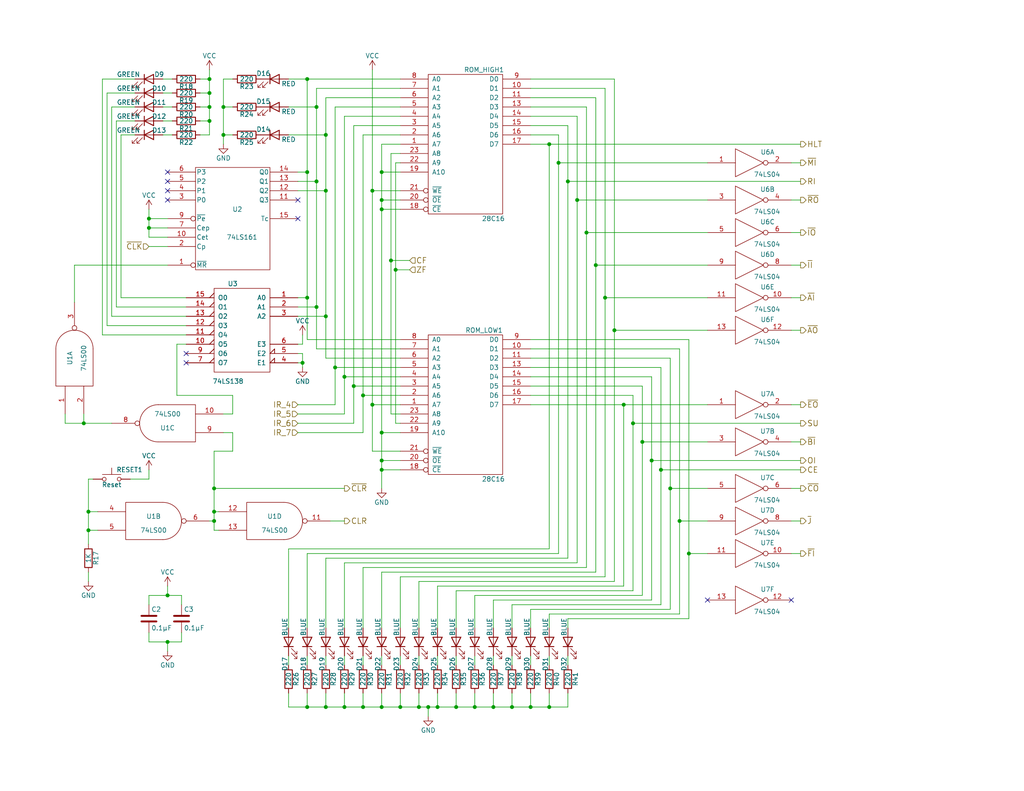
<source format=kicad_sch>
(kicad_sch (version 20231120) (generator "eeschema") (generator_version "8.0")
  (paper "USLetter")
  (lib_symbols
    (symbol "8bit-computer:28C16" (pin_names (offset 1.016))
      (property "Reference" "U" (at 5.08 20.32 0))
      (property "Value" "28C16" (at 7.62 -20.32 0))
      (symbol "28C16_0_0"
        (pin power_in line (at 0 -20.32 90) (length 1.27) hide (name "GND") (number "12"))
        (pin power_in line (at 0 20.32 270) (length 1.27) hide (name "VCC") (number "24"))
      )
      (symbol "28C16_0_1"
        (rectangle (start -10.16 19.05) (end 10.16 -19.05))
      )
      (symbol "28C16_1_1"
        (pin input line (at -17.78 0 0) (length 7.62) (name "A7") (number "1"))
        (pin tri_state line (at 17.78 15.24 180) (length 7.62) (name "D1") (number "10"))
        (pin tri_state line (at 17.78 12.7 180) (length 7.62) (name "D2") (number "11"))
        (pin tri_state line (at 17.78 10.16 180) (length 7.62) (name "D3") (number "13"))
        (pin tri_state line (at 17.78 7.62 180) (length 7.62) (name "D4") (number "14"))
        (pin tri_state line (at 17.78 5.08 180) (length 7.62) (name "D5") (number "15"))
        (pin tri_state line (at 17.78 2.54 180) (length 7.62) (name "D6") (number "16"))
        (pin tri_state line (at 17.78 0 180) (length 7.62) (name "D7") (number "17"))
        (pin input inverted (at -17.78 -17.78 0) (length 7.62) (name "~{CE}") (number "18"))
        (pin input line (at -17.78 -7.62 0) (length 7.62) (name "A10") (number "19"))
        (pin input line (at -17.78 2.54 0) (length 7.62) (name "A6") (number "2"))
        (pin input inverted (at -17.78 -15.24 0) (length 7.62) (name "~{OE}") (number "20"))
        (pin input inverted (at -17.78 -12.7 0) (length 7.62) (name "~{WE}") (number "21"))
        (pin input line (at -17.78 -5.08 0) (length 7.62) (name "A9") (number "22"))
        (pin input line (at -17.78 -2.54 0) (length 7.62) (name "A8") (number "23"))
        (pin input line (at -17.78 5.08 0) (length 7.62) (name "A5") (number "3"))
        (pin input line (at -17.78 7.62 0) (length 7.62) (name "A4") (number "4"))
        (pin input line (at -17.78 10.16 0) (length 7.62) (name "A3") (number "5"))
        (pin input line (at -17.78 12.7 0) (length 7.62) (name "A2") (number "6"))
        (pin input line (at -17.78 15.24 0) (length 7.62) (name "A1") (number "7"))
        (pin input line (at -17.78 17.78 0) (length 7.62) (name "A0") (number "8"))
        (pin tri_state line (at 17.78 17.78 180) (length 7.62) (name "D0") (number "9"))
      )
    )
    (symbol "8bit-computer:74LS00" (pin_names (offset 0.762))
      (property "Reference" "U" (at 0 1.27 0))
      (property "Value" "74LS00" (at 0 -2.54 0))
      (symbol "74LS00_0_0"
        (pin power_in line (at -5.08 5.08 270) (length 0) hide (name "VCC") (number "14"))
        (pin power_in line (at -5.08 -5.08 90) (length 0) hide (name "GND") (number "7"))
      )
      (symbol "74LS00_0_1"
        (polyline (pts (xy 2.54 5.08) (xy -7.62 5.08) (xy -7.62 -5.08) (xy 2.54 -5.08)))
        (arc (start 2.54 -5.08) (mid 7.5978 0) (end 2.54 5.08))
      )
      (symbol "74LS00_0_2"
        (arc (start -7.62 -5.08) (mid -5.2253 0) (end -7.62 5.08))
        (arc (start 0 -5.08) (mid 4.5382 -3.6323) (end 7.62 0))
        (polyline (pts (xy -7.62 -5.08) (xy 0 -5.08)))
        (polyline (pts (xy -7.62 5.08) (xy 0 5.08)))
        (arc (start 7.62 0) (mid 4.5325 3.6238) (end 0 5.08))
      )
      (symbol "74LS00_1_1"
        (pin input line (at -15.24 2.54 0) (length 7.62) (name "~") (number "1"))
        (pin input line (at -15.24 -2.54 0) (length 7.62) (name "~") (number "2"))
        (pin output inverted (at 15.24 0 180) (length 7.62) (name "~") (number "3"))
      )
      (symbol "74LS00_1_2"
        (pin input inverted (at -15.24 2.54 0) (length 9.398) (name "~") (number "1"))
        (pin input inverted (at -15.24 -2.54 0) (length 9.398) (name "~") (number "2"))
        (pin output line (at 15.24 0 180) (length 7.62) (name "~") (number "3"))
      )
      (symbol "74LS00_2_1"
        (pin input line (at -15.24 2.54 0) (length 7.62) (name "~") (number "4"))
        (pin input line (at -15.24 -2.54 0) (length 7.62) (name "~") (number "5"))
        (pin output inverted (at 15.24 0 180) (length 7.62) (name "~") (number "6"))
      )
      (symbol "74LS00_2_2"
        (pin input inverted (at -15.24 2.54 0) (length 9.398) (name "~") (number "4"))
        (pin input inverted (at -15.24 -2.54 0) (length 9.398) (name "~") (number "5"))
        (pin output line (at 15.24 0 180) (length 7.62) (name "~") (number "6"))
      )
      (symbol "74LS00_3_1"
        (pin input line (at -15.24 -2.54 0) (length 7.62) (name "~") (number "10"))
        (pin output inverted (at 15.24 0 180) (length 7.62) (name "~") (number "8"))
        (pin input line (at -15.24 2.54 0) (length 7.62) (name "~") (number "9"))
      )
      (symbol "74LS00_3_2"
        (pin input inverted (at -15.24 -2.54 0) (length 9.398) (name "~") (number "10"))
        (pin output line (at 15.24 0 180) (length 7.62) (name "~") (number "8"))
        (pin input inverted (at -15.24 2.54 0) (length 9.398) (name "~") (number "9"))
      )
      (symbol "74LS00_4_1"
        (pin output inverted (at 15.24 0 180) (length 7.62) (name "~") (number "11"))
        (pin input line (at -15.24 2.54 0) (length 7.62) (name "~") (number "12"))
        (pin input line (at -15.24 -2.54 0) (length 7.62) (name "~") (number "13"))
      )
      (symbol "74LS00_4_2"
        (pin output line (at 15.24 0 180) (length 7.62) (name "~") (number "11"))
        (pin input inverted (at -15.24 2.54 0) (length 9.398) (name "~") (number "12"))
        (pin input inverted (at -15.24 -2.54 0) (length 9.398) (name "~") (number "13"))
      )
    )
    (symbol "8bit-computer:74LS04" (pin_names (offset 0.762))
      (property "Reference" "U" (at 4.953 2.921 0))
      (property "Value" "74LS04" (at 4.826 -3.175 0))
      (symbol "74LS04_0_0"
        (polyline (pts (xy -3.81 3.81) (xy -3.81 -3.81) (xy 3.81 0) (xy -3.81 3.81)))
        (pin power_in line (at -1.27 2.54 90) (length 0) hide (name "VCC") (number "14"))
        (pin power_in line (at -1.27 -2.54 90) (length 0) hide (name "GND") (number "7"))
      )
      (symbol "74LS04_1_1"
        (pin input line (at -11.43 0 0) (length 7.62) (name "~") (number "1"))
        (pin output inverted (at 11.43 0 180) (length 7.62) (name "~") (number "2"))
      )
      (symbol "74LS04_1_2"
        (pin input inverted (at -11.43 0 0) (length 7.62) (name "~") (number "1"))
        (pin output line (at 11.43 0 180) (length 7.62) (name "~") (number "2"))
      )
      (symbol "74LS04_2_1"
        (pin input line (at -11.43 0 0) (length 7.62) (name "~") (number "3"))
        (pin output inverted (at 11.43 0 180) (length 7.62) (name "~") (number "4"))
      )
      (symbol "74LS04_2_2"
        (pin input inverted (at -11.43 0 0) (length 7.62) (name "~") (number "3"))
        (pin output line (at 11.43 0 180) (length 7.62) (name "~") (number "4"))
      )
      (symbol "74LS04_3_1"
        (pin input line (at -11.43 0 0) (length 7.62) (name "~") (number "5"))
        (pin output inverted (at 11.43 0 180) (length 7.62) (name "~") (number "6"))
      )
      (symbol "74LS04_3_2"
        (pin input inverted (at -11.43 0 0) (length 7.62) (name "~") (number "5"))
        (pin output line (at 11.43 0 180) (length 7.62) (name "~") (number "6"))
      )
      (symbol "74LS04_4_1"
        (pin output inverted (at 11.43 0 180) (length 7.62) (name "~") (number "8"))
        (pin input line (at -11.43 0 0) (length 7.62) (name "~") (number "9"))
      )
      (symbol "74LS04_4_2"
        (pin output line (at 11.43 0 180) (length 7.62) (name "~") (number "8"))
        (pin input inverted (at -11.43 0 0) (length 7.62) (name "~") (number "9"))
      )
      (symbol "74LS04_5_1"
        (pin output inverted (at 11.43 0 180) (length 7.62) (name "~") (number "10"))
        (pin input line (at -11.43 0 0) (length 7.62) (name "~") (number "11"))
      )
      (symbol "74LS04_5_2"
        (pin output line (at 11.43 0 180) (length 7.62) (name "~") (number "10"))
        (pin input inverted (at -11.43 0 0) (length 7.62) (name "~") (number "11"))
      )
      (symbol "74LS04_6_1"
        (pin output inverted (at 11.43 0 180) (length 7.62) (name "~") (number "12"))
        (pin input line (at -11.43 0 0) (length 7.62) (name "~") (number "13"))
      )
      (symbol "74LS04_6_2"
        (pin output line (at 11.43 0 180) (length 7.62) (name "~") (number "12"))
        (pin input inverted (at -11.43 0 0) (length 7.62) (name "~") (number "13"))
      )
    )
    (symbol "8bit-computer:74LS138" (pin_names (offset 1.016))
      (property "Reference" "U" (at 2.54 12.7 0))
      (property "Value" "74LS138" (at 3.81 -13.9446 0))
      (symbol "74LS138_0_1"
        (rectangle (start -7.62 11.43) (end 7.62 -11.43))
      )
      (symbol "74LS138_1_1"
        (pin input line (at -15.24 8.89 0) (length 7.62) (name "A0") (number "1"))
        (pin output output_low (at 15.24 -3.81 180) (length 7.62) (name "O5") (number "10"))
        (pin output output_low (at 15.24 -1.27 180) (length 7.62) (name "O4") (number "11"))
        (pin output output_low (at 15.24 1.27 180) (length 7.62) (name "O3") (number "12"))
        (pin output output_low (at 15.24 3.81 180) (length 7.62) (name "O2") (number "13"))
        (pin output output_low (at 15.24 6.35 180) (length 7.62) (name "O1") (number "14"))
        (pin output output_low (at 15.24 8.89 180) (length 7.62) (name "O0") (number "15"))
        (pin power_in line (at 0 11.43 270) (length 0) hide (name "VCC") (number "16"))
        (pin input line (at -15.24 6.35 0) (length 7.62) (name "A1") (number "2"))
        (pin input line (at -15.24 3.81 0) (length 7.62) (name "A2") (number "3"))
        (pin input input_low (at -15.24 -8.89 0) (length 7.62) (name "E1") (number "4"))
        (pin input input_low (at -15.24 -6.35 0) (length 7.62) (name "E2") (number "5"))
        (pin input line (at -15.24 -3.81 0) (length 7.62) (name "E3") (number "6"))
        (pin output output_low (at 15.24 -8.89 180) (length 7.62) (name "O7") (number "7"))
        (pin power_in line (at 0 -11.43 90) (length 0) hide (name "GND") (number "8"))
        (pin output output_low (at 15.24 -6.35 180) (length 7.62) (name "O6") (number "9"))
      )
    )
    (symbol "8bit-computer:74LS161" (pin_names (offset 0.254))
      (property "Reference" "U" (at 1.27 2.54 0))
      (property "Value" "74LS161" (at 2.54 -5.08 0))
      (symbol "74LS161_0_0"
        (pin power_in line (at -7.62 13.97 90) (length 0) hide (name "VCC") (number "16"))
        (pin power_in line (at -7.62 -13.97 90) (length 0) hide (name "GND") (number "8"))
      )
      (symbol "74LS161_0_1"
        (rectangle (start -10.16 13.97) (end 10.16 -13.97))
      )
      (symbol "74LS161_1_1"
        (pin input inverted (at -17.78 -12.7 0) (length 7.62) (name "~{MR}") (number "1"))
        (pin input line (at -17.78 -5.08 0) (length 7.62) (name "Cet") (number "10"))
        (pin output line (at 17.78 5.08 180) (length 7.62) (name "Q3") (number "11"))
        (pin output line (at 17.78 7.62 180) (length 7.62) (name "Q2") (number "12"))
        (pin output line (at 17.78 10.16 180) (length 7.62) (name "Q1") (number "13"))
        (pin output line (at 17.78 12.7 180) (length 7.62) (name "Q0") (number "14"))
        (pin output line (at 17.78 0 180) (length 7.62) (name "Tc") (number "15"))
        (pin input line (at -17.78 -7.62 0) (length 7.62) (name "Cp") (number "2"))
        (pin input line (at -17.78 5.08 0) (length 7.62) (name "P0") (number "3"))
        (pin input line (at -17.78 7.62 0) (length 7.62) (name "P1") (number "4"))
        (pin input line (at -17.78 10.16 0) (length 7.62) (name "P2") (number "5"))
        (pin input line (at -17.78 12.7 0) (length 7.62) (name "P3") (number "6"))
        (pin input line (at -17.78 -2.54 0) (length 7.62) (name "Cep") (number "7"))
        (pin input inverted (at -17.78 0 0) (length 7.62) (name "~{Pe}") (number "9"))
      )
    )
    (symbol "8bit-computer:SW_Push" (pin_numbers hide) (pin_names (offset 1.016) hide)
      (property "Reference" "SW" (at 1.27 2.54 0))
      (property "Value" "SW_Push" (at 0 -1.524 0))
      (symbol "SW_Push_0_1"
        (circle (center -2.032 0) (radius 0.508))
        (polyline (pts (xy 0 1.27) (xy 0 3.048)))
        (polyline (pts (xy 2.54 1.27) (xy -2.54 1.27)))
        (circle (center 2.032 0) (radius 0.508))
        (pin passive line (at -5.08 0 0) (length 2.54) (name "1") (number "1"))
        (pin passive line (at 5.08 0 180) (length 2.54) (name "2") (number "2"))
      )
    )
    (symbol "Device:C" (pin_numbers hide) (pin_names (offset 0.254))
      (property "Reference" "C" (at 0.635 2.54 0))
      (property "Value" "C" (at 0.635 -2.54 0))
      (symbol "C_0_1"
        (polyline (pts (xy -2.032 -0.762) (xy 2.032 -0.762)) (stroke (width 0.508)))
        (polyline (pts (xy -2.032 0.762) (xy 2.032 0.762)) (stroke (width 0.508)))
      )
      (symbol "C_1_1"
        (pin passive line (at 0 3.81 270) (length 2.794) (name "~") (number "1"))
        (pin passive line (at 0 -3.81 90) (length 2.794) (name "~") (number "2"))
      )
    )
    (symbol "Device:LED" (pin_numbers hide) (pin_names (offset 1.016) hide)
      (property "Reference" "D" (at 0 2.54 0))
      (property "Value" "LED" (at 0 -2.54 0))
      (symbol "LED_0_1"
        (polyline (pts (xy -1.27 -1.27) (xy -1.27 1.27)) (stroke (width 0.254)))
        (polyline (pts (xy -1.27 0) (xy 1.27 0)))
        (polyline (pts (xy 1.27 -1.27) (xy 1.27 1.27) (xy -1.27 0) (xy 1.27 -1.27)) (stroke (width 0.254)))
        (polyline (pts (xy -3.048 -0.762) (xy -4.572 -2.286) (xy -3.81 -2.286) (xy -4.572 -2.286) (xy -4.572 -1.524)))
        (polyline (pts (xy -1.778 -0.762) (xy -3.302 -2.286) (xy -2.54 -2.286) (xy -3.302 -2.286) (xy -3.302 -1.524)))
      )
      (symbol "LED_1_1"
        (pin passive line (at -3.81 0 0) (length 2.54) (name "K") (number "1"))
        (pin passive line (at 3.81 0 180) (length 2.54) (name "A") (number "2"))
      )
    )
    (symbol "Device:R" (pin_numbers hide) (pin_names (offset 0))
      (property "Reference" "R" (at 2.032 0 90))
      (property "Value" "R" (at 0 0 90))
      (symbol "R_0_1"
        (rectangle (start -1.016 -2.54) (end 1.016 2.54) (stroke (width 0.254)))
      )
      (symbol "R_1_1"
        (pin passive line (at 0 3.81 270) (length 1.27) (name "~") (number "1"))
        (pin passive line (at 0 -3.81 90) (length 1.27) (name "~") (number "2"))
      )
    )
    (symbol "power:GND" (power) (pin_names (offset 0))
      (property "Value" "GND" (at 0 -3.81 0))
      (symbol "GND_0_1"
        (polyline (pts (xy 0 0) (xy 0 -1.27) (xy 1.27 -1.27) (xy 0 -2.54) (xy -1.27 -1.27) (xy 0 -1.27)))
      )
      (symbol "GND_1_1"
        (pin power_in line (at 0 0 270) (length 0) hide (name "GND") (number "1"))
      )
    )
    (symbol "power:VCC" (power) (pin_names (offset 0))
      (property "Value" "VCC" (at 0 3.81 0))
      (symbol "VCC_0_1"
        (polyline (pts (xy -0.762 1.27) (xy 0 2.54)))
        (polyline (pts (xy 0 0) (xy 0 2.54)))
        (polyline (pts (xy 0 2.54) (xy 0.762 1.27)))
      )
      (symbol "VCC_1_1"
        (pin power_in line (at 0 0 90) (length 0) hide (name "VCC") (number "1"))
      )
    )
  )
  (junction (at 86.36 29.21))
  (junction (at 104.14 125.73))
  (junction (at 24.13 139.7))
  (junction (at 91.44 100.33))
  (junction (at 104.14 46.99))
  (junction (at 116.84 193.04))
  (junction (at 144.78 193.04))
  (junction (at 57.15 33.02))
  (junction (at 139.7 193.04))
  (junction (at 180.34 128.27))
  (junction (at 99.06 107.95))
  (junction (at 88.9 193.04))
  (junction (at 40.64 59.69))
  (junction (at 134.62 193.04))
  (junction (at 96.52 105.41))
  (junction (at 167.64 90.17))
  (junction (at 124.46 193.04))
  (junction (at 185.42 142.24))
  (junction (at 104.14 57.15))
  (junction (at 57.15 29.21))
  (junction (at 172.72 115.57))
  (junction (at 57.15 25.4))
  (junction (at 129.54 193.04))
  (junction (at 82.55 99.06))
  (junction (at 114.3 193.04))
  (junction (at 154.94 49.53))
  (junction (at 24.13 144.78))
  (junction (at 83.82 81.28))
  (junction (at 58.42 142.24))
  (junction (at 106.68 71.12))
  (junction (at 109.22 193.04))
  (junction (at 99.06 193.04))
  (junction (at 162.56 72.39))
  (junction (at 57.15 21.59))
  (junction (at 187.96 151.13))
  (junction (at 83.82 46.99))
  (junction (at 40.64 62.23))
  (junction (at 149.86 39.37))
  (junction (at 88.9 36.83))
  (junction (at 60.96 36.83))
  (junction (at 88.9 52.07))
  (junction (at 45.72 175.26))
  (junction (at 119.38 193.04))
  (junction (at 101.6 110.49))
  (junction (at 58.42 139.7))
  (junction (at 83.82 21.59))
  (junction (at 88.9 86.36))
  (junction (at 170.18 110.49))
  (junction (at 182.88 133.35))
  (junction (at 165.1 81.28))
  (junction (at 22.86 115.57))
  (junction (at 107.95 73.66))
  (junction (at 152.4 44.45))
  (junction (at 93.98 102.87))
  (junction (at 58.42 133.35))
  (junction (at 104.14 128.27))
  (junction (at 175.26 120.65))
  (junction (at 160.02 63.5))
  (junction (at 149.86 193.04))
  (junction (at 86.36 49.53))
  (junction (at 83.82 193.04))
  (junction (at 157.48 54.61))
  (junction (at 104.14 54.61))
  (junction (at 177.8 125.73))
  (junction (at 86.36 83.82))
  (junction (at 104.14 118.11))
  (junction (at 45.72 162.56))
  (junction (at 101.6 52.07))
  (junction (at 104.14 193.04))
  (junction (at 93.98 193.04))
  (junction (at 60.96 29.21))
  (no_connect (at 45.72 46.99))
  (no_connect (at 193.04 163.83))
  (no_connect (at 215.9 163.83))
  (no_connect (at 50.8 96.52))
  (no_connect (at 45.72 54.61))
  (no_connect (at 45.72 49.53))
  (no_connect (at 50.8 99.06))
  (no_connect (at 81.28 59.69))
  (no_connect (at 45.72 52.07))
  (no_connect (at 81.28 54.61))
  (wire (pts (xy 48.26 93.98) (xy 48.26 107.95)))
  (wire (pts (xy 144.78 100.33) (xy 180.34 100.33)))
  (wire (pts (xy 40.64 175.26) (xy 45.72 175.26)))
  (wire (pts (xy 44.45 36.83) (xy 46.99 36.83)))
  (wire (pts (xy 99.06 36.83) (xy 109.22 36.83)))
  (wire (pts (xy 88.9 152.4) (xy 154.94 152.4)))
  (wire (pts (xy 167.64 90.17) (xy 193.04 90.17)))
  (wire (pts (xy 104.14 125.73) (xy 104.14 128.27)))
  (wire (pts (xy 24.13 139.7) (xy 24.13 144.78)))
  (wire (pts (xy 49.53 162.56) (xy 49.53 165.1)))
  (wire (pts (xy 78.74 149.86) (xy 78.74 171.45)))
  (wire (pts (xy 83.82 151.13) (xy 152.4 151.13)))
  (wire (pts (xy 60.96 29.21) (xy 60.96 36.83)))
  (wire (pts (xy 149.86 167.64) (xy 185.42 167.64)))
  (wire (pts (xy 134.62 171.45) (xy 134.62 163.83)))
  (wire (pts (xy 86.36 29.21) (xy 86.36 49.53)))
  (wire (pts (xy 99.06 107.95) (xy 109.22 107.95)))
  (wire (pts (xy 99.06 193.04) (xy 99.06 189.23)))
  (wire (pts (xy 149.86 39.37) (xy 149.86 149.86)))
  (wire (pts (xy 134.62 189.23) (xy 134.62 193.04)))
  (wire (pts (xy 218.44 72.39) (xy 215.9 72.39)))
  (wire (pts (xy 91.44 110.49) (xy 81.28 110.49)))
  (wire (pts (xy 24.13 144.78) (xy 24.13 148.59)))
  (wire (pts (xy 22.86 113.03) (xy 22.86 115.57)))
  (wire (pts (xy 182.88 133.35) (xy 193.04 133.35)))
  (wire (pts (xy 180.34 128.27) (xy 218.44 128.27)))
  (wire (pts (xy 104.14 57.15) (xy 104.14 118.11)))
  (wire (pts (xy 185.42 142.24) (xy 185.42 167.64)))
  (wire (pts (xy 83.82 171.45) (xy 83.82 151.13)))
  (wire (pts (xy 81.28 52.07) (xy 88.9 52.07)))
  (wire (pts (xy 144.78 24.13) (xy 165.1 24.13)))
  (wire (pts (xy 104.14 39.37) (xy 104.14 46.99)))
  (wire (pts (xy 109.22 54.61) (xy 104.14 54.61)))
  (wire (pts (xy 63.5 118.11) (xy 60.96 118.11)))
  (wire (pts (xy 30.48 86.36) (xy 50.8 86.36)))
  (wire (pts (xy 144.78 29.21) (xy 160.02 29.21)))
  (wire (pts (xy 218.44 81.28) (xy 215.9 81.28)))
  (wire (pts (xy 218.44 133.35) (xy 215.9 133.35)))
  (wire (pts (xy 101.6 52.07) (xy 101.6 110.49)))
  (wire (pts (xy 170.18 110.49) (xy 193.04 110.49)))
  (wire (pts (xy 60.96 21.59) (xy 60.96 29.21)))
  (wire (pts (xy 27.94 91.44) (xy 50.8 91.44)))
  (wire (pts (xy 33.02 36.83) (xy 33.02 81.28)))
  (wire (pts (xy 124.46 193.04) (xy 129.54 193.04)))
  (wire (pts (xy 78.74 193.04) (xy 83.82 193.04)))
  (wire (pts (xy 58.42 139.7) (xy 58.42 142.24)))
  (wire (pts (xy 96.52 105.41) (xy 109.22 105.41)))
  (wire (pts (xy 83.82 81.28) (xy 83.82 92.71)))
  (wire (pts (xy 99.06 36.83) (xy 99.06 107.95)))
  (wire (pts (xy 40.64 59.69) (xy 45.72 59.69)))
  (wire (pts (xy 45.72 175.26) (xy 45.72 177.8)))
  (wire (pts (xy 40.64 57.15) (xy 40.64 59.69)))
  (wire (pts (xy 162.56 26.67) (xy 162.56 72.39)))
  (wire (pts (xy 27.94 21.59) (xy 27.94 91.44)))
  (wire (pts (xy 218.44 142.24) (xy 215.9 142.24)))
  (wire (pts (xy 106.68 113.03) (xy 109.22 113.03)))
  (wire (pts (xy 86.36 24.13) (xy 86.36 29.21)))
  (wire (pts (xy 134.62 163.83) (xy 177.8 163.83)))
  (wire (pts (xy 31.75 33.02) (xy 31.75 83.82)))
  (wire (pts (xy 109.22 125.73) (xy 104.14 125.73)))
  (wire (pts (xy 88.9 193.04) (xy 88.9 189.23)))
  (wire (pts (xy 46.99 33.02) (xy 44.45 33.02)))
  (wire (pts (xy 187.96 151.13) (xy 193.04 151.13)))
  (wire (pts (xy 91.44 100.33) (xy 91.44 110.49)))
  (wire (pts (xy 109.22 193.04) (xy 109.22 189.23)))
  (wire (pts (xy 81.28 86.36) (xy 88.9 86.36)))
  (wire (pts (xy 86.36 49.53) (xy 86.36 83.82)))
  (wire (pts (xy 152.4 36.83) (xy 152.4 44.45)))
  (wire (pts (xy 46.99 25.4) (xy 44.45 25.4)))
  (wire (pts (xy 93.98 179.07) (xy 93.98 181.61)))
  (wire (pts (xy 57.15 21.59) (xy 57.15 19.05)))
  (wire (pts (xy 82.55 96.52) (xy 82.55 99.06)))
  (wire (pts (xy 172.72 115.57) (xy 218.44 115.57)))
  (wire (pts (xy 96.52 115.57) (xy 81.28 115.57)))
  (wire (pts (xy 154.94 49.53) (xy 154.94 152.4)))
  (wire (pts (xy 58.42 139.7) (xy 59.69 139.7)))
  (wire (pts (xy 58.42 142.24) (xy 57.15 142.24)))
  (wire (pts (xy 24.13 158.75) (xy 24.13 156.21)))
  (wire (pts (xy 218.44 90.17) (xy 215.9 90.17)))
  (wire (pts (xy 86.36 95.25) (xy 109.22 95.25)))
  (wire (pts (xy 54.61 29.21) (xy 57.15 29.21)))
  (wire (pts (xy 99.06 171.45) (xy 99.06 154.94)))
  (wire (pts (xy 83.82 21.59) (xy 109.22 21.59)))
  (wire (pts (xy 29.21 25.4) (xy 36.83 25.4)))
  (wire (pts (xy 44.45 29.21) (xy 46.99 29.21)))
  (wire (pts (xy 144.78 31.75) (xy 157.48 31.75)))
  (wire (pts (xy 109.22 34.29) (xy 96.52 34.29)))
  (wire (pts (xy 82.55 91.44) (xy 82.55 93.98)))
  (wire (pts (xy 93.98 142.24) (xy 90.17 142.24)))
  (wire (pts (xy 22.86 115.57) (xy 30.48 115.57)))
  (wire (pts (xy 101.6 19.05) (xy 101.6 52.07)))
  (wire (pts (xy 78.74 21.59) (xy 83.82 21.59)))
  (wire (pts (xy 17.78 115.57) (xy 17.78 113.03)))
  (wire (pts (xy 40.64 62.23) (xy 45.72 62.23)))
  (wire (pts (xy 182.88 97.79) (xy 182.88 133.35)))
  (wire (pts (xy 149.86 181.61) (xy 149.86 179.07)))
  (wire (pts (xy 106.68 41.91) (xy 106.68 71.12)))
  (wire (pts (xy 58.42 133.35) (xy 58.42 139.7)))
  (wire (pts (xy 93.98 133.35) (xy 58.42 133.35)))
  (wire (pts (xy 40.64 59.69) (xy 40.64 62.23)))
  (wire (pts (xy 83.82 21.59) (xy 83.82 46.99)))
  (wire (pts (xy 57.15 33.02) (xy 57.15 29.21)))
  (wire (pts (xy 99.06 107.95) (xy 99.06 118.11)))
  (wire (pts (xy 60.96 36.83) (xy 63.5 36.83)))
  (wire (pts (xy 162.56 72.39) (xy 193.04 72.39)))
  (wire (pts (xy 44.45 21.59) (xy 46.99 21.59)))
  (wire (pts (xy 144.78 179.07) (xy 144.78 181.61)))
  (wire (pts (xy 154.94 171.45) (xy 154.94 168.91)))
  (wire (pts (xy 165.1 81.28) (xy 165.1 157.48)))
  (wire (pts (xy 109.22 171.45) (xy 109.22 157.48)))
  (wire (pts (xy 165.1 24.13) (xy 165.1 81.28)))
  (wire (pts (xy 63.5 113.03) (xy 60.96 113.03)))
  (wire (pts (xy 88.9 26.67) (xy 88.9 36.83)))
  (wire (pts (xy 83.82 92.71) (xy 109.22 92.71)))
  (wire (pts (xy 63.5 123.19) (xy 63.5 118.11)))
  (wire (pts (xy 36.83 36.83) (xy 33.02 36.83)))
  (wire (pts (xy 93.98 189.23) (xy 93.98 193.04)))
  (wire (pts (xy 17.78 115.57) (xy 22.86 115.57)))
  (wire (pts (xy 162.56 72.39) (xy 162.56 156.21)))
  (wire (pts (xy 93.98 102.87) (xy 109.22 102.87)))
  (wire (pts (xy 109.22 44.45) (xy 107.95 44.45)))
  (wire (pts (xy 109.22 41.91) (xy 106.68 41.91)))
  (wire (pts (xy 101.6 123.19) (xy 109.22 123.19)))
  (wire (pts (xy 157.48 54.61) (xy 157.48 153.67)))
  (wire (pts (xy 119.38 193.04) (xy 119.38 189.23)))
  (wire (pts (xy 54.61 36.83) (xy 57.15 36.83)))
  (wire (pts (xy 93.98 113.03) (xy 81.28 113.03)))
  (wire (pts (xy 185.42 142.24) (xy 193.04 142.24)))
  (wire (pts (xy 218.44 54.61) (xy 215.9 54.61)))
  (wire (pts (xy 104.14 118.11) (xy 109.22 118.11)))
  (wire (pts (xy 82.55 93.98) (xy 81.28 93.98)))
  (wire (pts (xy 116.84 195.58) (xy 116.84 193.04)))
  (wire (pts (xy 58.42 123.19) (xy 58.42 133.35)))
  (wire (pts (xy 99.06 154.94) (xy 160.02 154.94)))
  (wire (pts (xy 40.64 64.77) (xy 45.72 64.77)))
  (wire (pts (xy 172.72 107.95) (xy 172.72 115.57)))
  (wire (pts (xy 157.48 54.61) (xy 193.04 54.61)))
  (wire (pts (xy 119.38 171.45) (xy 119.38 160.02)))
  (wire (pts (xy 114.3 189.23) (xy 114.3 193.04)))
  (wire (pts (xy 33.02 81.28) (xy 50.8 81.28)))
  (wire (pts (xy 154.94 49.53) (xy 218.44 49.53)))
  (wire (pts (xy 109.22 110.49) (xy 101.6 110.49)))
  (wire (pts (xy 172.72 115.57) (xy 172.72 161.29)))
  (wire (pts (xy 114.3 171.45) (xy 114.3 158.75)))
  (wire (pts (xy 144.78 107.95) (xy 172.72 107.95)))
  (wire (pts (xy 134.62 179.07) (xy 134.62 181.61)))
  (wire (pts (xy 129.54 193.04) (xy 129.54 189.23)))
  (wire (pts (xy 218.44 151.13) (xy 215.9 151.13)))
  (wire (pts (xy 104.14 171.45) (xy 104.14 156.21)))
  (wire (pts (xy 30.48 29.21) (xy 30.48 86.36)))
  (wire (pts (xy 63.5 107.95) (xy 63.5 113.03)))
  (wire (pts (xy 78.74 29.21) (xy 86.36 29.21)))
  (wire (pts (xy 139.7 165.1) (xy 180.34 165.1)))
  (wire (pts (xy 104.14 179.07) (xy 104.14 181.61)))
  (wire (pts (xy 149.86 193.04) (xy 154.94 193.04)))
  (wire (pts (xy 49.53 175.26) (xy 49.53 172.72)))
  (wire (pts (xy 177.8 102.87) (xy 177.8 125.73)))
  (wire (pts (xy 82.55 99.06) (xy 82.55 100.33)))
  (wire (pts (xy 157.48 31.75) (xy 157.48 54.61)))
  (wire (pts (xy 144.78 171.45) (xy 144.78 166.37)))
  (wire (pts (xy 165.1 81.28) (xy 193.04 81.28)))
  (wire (pts (xy 144.78 34.29) (xy 154.94 34.29)))
  (wire (pts (xy 106.68 71.12) (xy 106.68 113.03)))
  (wire (pts (xy 45.72 72.39) (xy 20.32 72.39)))
  (wire (pts (xy 57.15 25.4) (xy 54.61 25.4)))
  (wire (pts (xy 160.02 29.21) (xy 160.02 63.5)))
  (wire (pts (xy 78.74 36.83) (xy 88.9 36.83)))
  (wire (pts (xy 144.78 102.87) (xy 177.8 102.87)))
  (wire (pts (xy 129.54 193.04) (xy 134.62 193.04)))
  (wire (pts (xy 175.26 105.41) (xy 175.26 120.65)))
  (wire (pts (xy 93.98 171.45) (xy 93.98 153.67)))
  (wire (pts (xy 24.13 130.81) (xy 24.13 139.7)))
  (wire (pts (xy 124.46 189.23) (xy 124.46 193.04)))
  (wire (pts (xy 139.7 193.04) (xy 144.78 193.04)))
  (wire (pts (xy 31.75 33.02) (xy 36.83 33.02)))
  (wire (pts (xy 167.64 90.17) (xy 167.64 158.75)))
  (wire (pts (xy 81.28 83.82) (xy 86.36 83.82)))
  (wire (pts (xy 167.64 21.59) (xy 167.64 90.17)))
  (wire (pts (xy 182.88 133.35) (xy 182.88 166.37)))
  (wire (pts (xy 144.78 97.79) (xy 182.88 97.79)))
  (wire (pts (xy 218.44 63.5) (xy 215.9 63.5)))
  (wire (pts (xy 177.8 125.73) (xy 177.8 163.83)))
  (wire (pts (xy 83.82 46.99) (xy 83.82 81.28)))
  (wire (pts (xy 116.84 193.04) (xy 119.38 193.04)))
  (wire (pts (xy 40.64 165.1) (xy 40.64 162.56)))
  (wire (pts (xy 40.64 175.26) (xy 40.64 172.72)))
  (wire (pts (xy 185.42 95.25) (xy 185.42 142.24)))
  (wire (pts (xy 54.61 21.59) (xy 57.15 21.59)))
  (wire (pts (xy 40.64 128.27) (xy 40.64 130.81)))
  (wire (pts (xy 129.54 162.56) (xy 175.26 162.56)))
  (wire (pts (xy 109.22 181.61) (xy 109.22 179.07)))
  (wire (pts (xy 175.26 120.65) (xy 193.04 120.65)))
  (wire (pts (xy 160.02 63.5) (xy 193.04 63.5)))
  (wire (pts (xy 83.82 179.07) (xy 83.82 181.61)))
  (wire (pts (xy 109.22 128.27) (xy 104.14 128.27)))
  (wire (pts (xy 149.86 171.45) (xy 149.86 167.64)))
  (wire (pts (xy 144.78 166.37) (xy 182.88 166.37)))
  (wire (pts (xy 144.78 39.37) (xy 149.86 39.37)))
  (wire (pts (xy 104.14 189.23) (xy 104.14 193.04)))
  (wire (pts (xy 104.14 156.21) (xy 162.56 156.21)))
  (wire (pts (xy 86.36 83.82) (xy 86.36 95.25)))
  (wire (pts (xy 93.98 102.87) (xy 93.98 113.03)))
  (wire (pts (xy 40.64 62.23) (xy 40.64 64.77)))
  (wire (pts (xy 93.98 153.67) (xy 157.48 153.67)))
  (wire (pts (xy 104.14 54.61) (xy 104.14 57.15)))
  (wire (pts (xy 124.46 179.07) (xy 124.46 181.61)))
  (wire (pts (xy 81.28 46.99) (xy 83.82 46.99)))
  (wire (pts (xy 107.95 44.45) (xy 107.95 73.66)))
  (wire (pts (xy 40.64 67.31) (xy 45.72 67.31)))
  (wire (pts (xy 88.9 193.04) (xy 93.98 193.04)))
  (wire (pts (xy 124.46 161.29) (xy 172.72 161.29)))
  (wire (pts (xy 91.44 100.33) (xy 109.22 100.33)))
  (wire (pts (xy 96.52 34.29) (xy 96.52 105.41)))
  (wire (pts (xy 170.18 160.02) (xy 170.18 110.49)))
  (wire (pts (xy 129.54 171.45) (xy 129.54 162.56)))
  (wire (pts (xy 180.34 128.27) (xy 180.34 165.1)))
  (wire (pts (xy 218.44 120.65) (xy 215.9 120.65)))
  (wire (pts (xy 154.94 193.04) (xy 154.94 189.23)))
  (wire (pts (xy 48.26 107.95) (xy 63.5 107.95)))
  (wire (pts (xy 31.75 83.82) (xy 50.8 83.82)))
  (wire (pts (xy 119.38 181.61) (xy 119.38 179.07)))
  (wire (pts (xy 25.4 130.81) (xy 24.13 130.81)))
  (wire (pts (xy 139.7 181.61) (xy 139.7 179.07)))
  (wire (pts (xy 78.74 193.04) (xy 78.74 189.23)))
  (wire (pts (xy 88.9 86.36) (xy 88.9 97.79)))
  (wire (pts (xy 88.9 171.45) (xy 88.9 152.4)))
  (wire (pts (xy 63.5 21.59) (xy 60.96 21.59)))
  (wire (pts (xy 36.83 21.59) (xy 27.94 21.59)))
  (wire (pts (xy 119.38 193.04) (xy 124.46 193.04)))
  (wire (pts (xy 149.86 193.04) (xy 149.86 189.23)))
  (wire (pts (xy 109.22 29.21) (xy 91.44 29.21)))
  (wire (pts (xy 83.82 189.23) (xy 83.82 193.04)))
  (wire (pts (xy 45.72 175.26) (xy 49.53 175.26)))
  (wire (pts (xy 78.74 181.61) (xy 78.74 179.07)))
  (wire (pts (xy 134.62 193.04) (xy 139.7 193.04)))
  (wire (pts (xy 83.82 193.04) (xy 88.9 193.04)))
  (wire (pts (xy 144.78 193.04) (xy 149.86 193.04)))
  (wire (pts (xy 20.32 72.39) (xy 20.32 82.55)))
  (wire (pts (xy 107.95 73.66) (xy 107.95 115.57)))
  (wire (pts (xy 144.78 95.25) (xy 185.42 95.25)))
  (wire (pts (xy 144.78 26.67) (xy 162.56 26.67)))
  (wire (pts (xy 175.26 120.65) (xy 175.26 162.56)))
  (wire (pts (xy 104.14 57.15) (xy 109.22 57.15)))
  (wire (pts (xy 111.76 73.66) (xy 107.95 73.66)))
  (wire (pts (xy 50.8 93.98) (xy 48.26 93.98)))
  (wire (pts (xy 114.3 193.04) (xy 116.84 193.04)))
  (wire (pts (xy 152.4 44.45) (xy 152.4 151.13)))
  (wire (pts (xy 154.94 179.07) (xy 154.94 181.61)))
  (wire (pts (xy 177.8 125.73) (xy 218.44 125.73)))
  (wire (pts (xy 57.15 36.83) (xy 57.15 33.02)))
  (wire (pts (xy 215.9 110.49) (xy 218.44 110.49)))
  (wire (pts (xy 152.4 44.45) (xy 193.04 44.45)))
  (wire (pts (xy 58.42 123.19) (xy 63.5 123.19)))
  (wire (pts (xy 144.78 105.41) (xy 175.26 105.41)))
  (wire (pts (xy 104.14 39.37) (xy 109.22 39.37)))
  (wire (pts (xy 36.83 29.21) (xy 30.48 29.21)))
  (wire (pts (xy 109.22 193.04) (xy 114.3 193.04)))
  (wire (pts (xy 114.3 158.75) (xy 167.64 158.75)))
  (wire (pts (xy 144.78 189.23) (xy 144.78 193.04)))
  (wire (pts (xy 154.94 34.29) (xy 154.94 49.53)))
  (wire (pts (xy 93.98 193.04) (xy 99.06 193.04)))
  (wire (pts (xy 119.38 160.02) (xy 170.18 160.02)))
  (wire (pts (xy 57.15 29.21) (xy 57.15 25.4)))
  (wire (pts (xy 81.28 81.28) (xy 83.82 81.28)))
  (wire (pts (xy 63.5 29.21) (xy 60.96 29.21)))
  (wire (pts (xy 149.86 39.37) (xy 218.44 39.37)))
  (wire (pts (xy 24.13 144.78) (xy 26.67 144.78)))
  (wire (pts (xy 93.98 31.75) (xy 93.98 102.87)))
  (wire (pts (xy 88.9 52.07) (xy 88.9 86.36)))
  (wire (pts (xy 45.72 160.02) (xy 45.72 162.56)))
  (wire (pts (xy 57.15 33.02) (xy 54.61 33.02)))
  (wire (pts (xy 88.9 36.83) (xy 88.9 52.07)))
  (wire (pts (xy 60.96 36.83) (xy 60.96 39.37)))
  (wire (pts (xy 88.9 97.79) (xy 109.22 97.79)))
  (wire (pts (xy 29.21 88.9) (xy 29.21 25.4)))
  (wire (pts (xy 215.9 44.45) (xy 218.44 44.45)))
  (wire (pts (xy 104.14 128.27) (xy 104.14 133.35)))
  (wire (pts (xy 187.96 151.13) (xy 187.96 168.91)))
  (wire (pts (xy 57.15 25.4) (xy 57.15 21.59)))
  (wire (pts (xy 107.95 115.57) (xy 109.22 115.57)))
  (wire (pts (xy 114.3 179.07) (xy 114.3 181.61)))
  (wire (pts (xy 187.96 92.71) (xy 187.96 151.13)))
  (wire (pts (xy 81.28 49.53) (xy 86.36 49.53)))
  (wire (pts (xy 58.42 144.78) (xy 59.69 144.78)))
  (wire (pts (xy 45.72 162.56) (xy 49.53 162.56)))
  (wire (pts (xy 111.76 71.12) (xy 106.68 71.12)))
  (wire (pts (xy 139.7 171.45) (xy 139.7 165.1)))
  (wire (pts (xy 58.42 142.24) (xy 58.42 144.78)))
  (wire (pts (xy 81.28 99.06) (xy 82.55 99.06)))
  (wire (pts (xy 144.78 92.71) (xy 187.96 92.71)))
  (wire (pts (xy 180.34 100.33) (xy 180.34 128.27)))
  (wire (pts (xy 104.14 118.11) (xy 104.14 125.73)))
  (wire (pts (xy 50.8 88.9) (xy 29.21 88.9)))
  (wire (pts (xy 93.98 31.75) (xy 109.22 31.75)))
  (wire (pts (xy 129.54 181.61) (xy 129.54 179.07)))
  (wire (pts (xy 99.06 181.61) (xy 99.06 179.07)))
  (wire (pts (xy 144.78 110.49) (xy 170.18 110.49)))
  (wire (pts (xy 96.52 105.41) (xy 96.52 115.57)))
  (wire (pts (xy 101.6 52.07) (xy 109.22 52.07)))
  (wire (pts (xy 40.64 130.81) (xy 35.56 130.81)))
  (wire (pts (xy 154.94 168.91) (xy 187.96 168.91)))
  (wire (pts (xy 149.86 149.86) (xy 78.74 149.86)))
  (wire (pts (xy 144.78 36.83) (xy 152.4 36.83)))
  (wire (pts (xy 91.44 29.21) (xy 91.44 100.33)))
  (wire (pts (xy 104.14 193.04) (xy 109.22 193.04)))
  (wire (pts (xy 104.14 46.99) (xy 109.22 46.99)))
  (wire (pts (xy 109.22 157.48) (xy 165.1 157.48)))
  (wire (pts (xy 109.22 24.13) (xy 86.36 24.13)))
  (wire (pts (xy 99.06 193.04) (xy 104.14 193.04)))
  (wire (pts (xy 104.14 46.99) (xy 104.14 54.61)))
  (wire (pts (xy 99.06 118.11) (xy 81.28 118.11)))
  (wire (pts (xy 88.9 181.61) (xy 88.9 179.07)))
  (wire (pts (xy 109.22 26.67) (xy 88.9 26.67)))
  (wire (pts (xy 24.13 139.7) (xy 26.67 139.7)))
  (wire (pts (xy 81.28 96.52) (xy 82.55 96.52)))
  (wire (pts (xy 144.78 21.59) (xy 167.64 21.59)))
  (wire (pts (xy 101.6 110.49) (xy 101.6 123.19)))
  (wire (pts (xy 160.02 63.5) (xy 160.02 154.94)))
  (wire (pts (xy 139.7 193.04) (xy 139.7 189.23)))
  (wire (pts (xy 40.64 162.56) (xy 45.72 162.56)))
  (wire (pts (xy 124.46 171.45) (xy 124.46 161.29)))
  (hierarchical_label "~{II}" (shape output) (at 218.44 72.39 0) (effects (font (size 1.524 1.524))))
  (hierarchical_label "IR_5" (shape input) (at 81.28 113.03 180) (effects (font (size 1.524 1.524))))
  (hierarchical_label "ZF" (shape input) (at 111.76 73.66 0) (effects (font (size 1.524 1.524))))
  (hierarchical_label "RI" (shape output) (at 218.44 49.53 0) (effects (font (size 1.524 1.524))))
  (hierarchical_label "~{IO}" (shape output) (at 218.44 63.5 0) (effects (font (size 1.524 1.524))))
  (hierarchical_label "~{CO}" (shape output) (at 218.44 133.35 0) (effects (font (size 1.524 1.524))))
  (hierarchical_label "~{J}" (shape output) (at 218.44 142.24 0) (effects (font (size 1.524 1.524))))
  (hierarchical_label "~{AO}" (shape output) (at 218.44 90.17 0) (effects (font (size 1.524 1.524))))
  (hierarchical_label "~{CLK}" (shape input) (at 40.64 67.31 180) (effects (font (size 1.524 1.524))))
  (hierarchical_label "~{RO}" (shape output) (at 218.44 54.61 0) (effects (font (size 1.524 1.524))))
  (hierarchical_label "~{BI}" (shape output) (at 218.44 120.65 0) (effects (font (size 1.524 1.524))))
  (hierarchical_label "~{CLR}" (shape output) (at 93.98 133.35 0) (effects (font (size 1.524 1.524))))
  (hierarchical_label "IR_4" (shape input) (at 81.28 110.49 180) (effects (font (size 1.524 1.524))))
  (hierarchical_label "~{EO}" (shape output) (at 218.44 110.49 0) (effects (font (size 1.524 1.524))))
  (hierarchical_label "SU" (shape output) (at 218.44 115.57 0) (effects (font (size 1.524 1.524))))
  (hierarchical_label "CLR" (shape output) (at 93.98 142.24 0) (effects (font (size 1.524 1.524))))
  (hierarchical_label "IR_6" (shape input) (at 81.28 115.57 180) (effects (font (size 1.524 1.524))))
  (hierarchical_label "~{FI}" (shape output) (at 218.44 151.13 0) (effects (font (size 1.524 1.524))))
  (hierarchical_label "HLT" (shape output) (at 218.44 39.37 0) (effects (font (size 1.524 1.524))))
  (hierarchical_label "~{MI}" (shape output) (at 218.44 44.45 0) (effects (font (size 1.524 1.524))))
  (hierarchical_label "IR_7" (shape input) (at 81.28 118.11 180) (effects (font (size 1.524 1.524))))
  (hierarchical_label "OI" (shape output) (at 218.44 125.73 0) (effects (font (size 1.524 1.524))))
  (hierarchical_label "CF" (shape input) (at 111.76 71.12 0) (effects (font (size 1.524 1.524))))
  (hierarchical_label "~{AI}" (shape output) (at 218.44 81.28 0) (effects (font (size 1.524 1.524))))
  (hierarchical_label "CE" (shape output) (at 218.44 128.27 0) (effects (font (size 1.524 1.524))))
  (symbol (lib_id "8bit-computer:74LS161") (at 63.5 59.69 0) (unit 1)
    (property "Reference" "U2" (at 64.77 57.15 0))
    (property "Value" "74LS161" (at 66.04 64.77 0))
    (property "Footprint" "Package_DIP:DIP-16_W7.62mm" (effects (hide yes)))
  )
  (symbol (lib_id "8bit-computer:74LS138") (at 66.04 90.17 0) (mirror y) (unit 1)
    (property "Reference" "U3" (at 63.5 77.47 0))
    (property "Value" "74LS138" (at 62.23 104.1146 0))
    (property "Footprint" "Package_DIP:DIP-16_W7.62mm" (effects (hide yes)))
  )
  (symbol (lib_id "8bit-computer:28C16") (at 127 39.37 0) (unit 1)
    (property "Reference" "ROM_HIGH1" (at 132.08 19.05 0))
    (property "Value" "28C16" (at 134.62 59.69 0))
    (property "Footprint" "Package_DIP:DIP-24_W15.24mm_Socket" (effects (hide yes)))
  )
  (symbol (lib_id "8bit-computer:28C16") (at 127 110.49 0) (unit 1)
    (property "Reference" "ROM_LOW1" (at 132.08 90.17 0))
    (property "Value" "28C16" (at 134.62 130.81 0))
    (property "Footprint" "Package_DIP:DIP-24_W15.24mm_Socket" (effects (hide yes)))
  )
  (symbol (lib_id "8bit-computer:74LS04") (at 204.47 44.45 0) (unit 1)
    (property "Reference" "U6" (at 209.423 41.529 0))
    (property "Value" "74LS04" (at 209.296 47.625 0))
    (property "Footprint" "Package_DIP:DIP-14_W7.62mm" (effects (hide yes)))
  )
  (symbol (lib_id "8bit-computer:74LS04") (at 204.47 54.61 0) (unit 2)
    (property "Reference" "U6" (at 209.423 51.689 0))
    (property "Value" "74LS04" (at 209.296 57.785 0))
    (property "Footprint" "Package_DIP:DIP-14_W7.62mm" (effects (hide yes)))
  )
  (symbol (lib_id "8bit-computer:74LS04") (at 204.47 63.5 0) (unit 3)
    (property "Reference" "U6" (at 209.423 60.579 0))
    (property "Value" "74LS04" (at 209.296 66.675 0))
    (property "Footprint" "Package_DIP:DIP-14_W7.62mm" (effects (hide yes)))
  )
  (symbol (lib_id "8bit-computer:74LS04") (at 204.47 72.39 0) (unit 4)
    (property "Reference" "U6" (at 209.423 69.469 0))
    (property "Value" "74LS04" (at 209.296 75.565 0))
    (property "Footprint" "Package_DIP:DIP-14_W7.62mm" (effects (hide yes)))
  )
  (symbol (lib_id "8bit-computer:74LS04") (at 204.47 81.28 0) (unit 5)
    (property "Reference" "U6" (at 209.423 78.359 0))
    (property "Value" "74LS04" (at 209.296 84.455 0))
    (property "Footprint" "Package_DIP:DIP-14_W7.62mm" (effects (hide yes)))
  )
  (symbol (lib_id "8bit-computer:74LS04") (at 204.47 90.17 0) (unit 6)
    (property "Reference" "U6" (at 209.423 87.249 0))
    (property "Value" "74LS04" (at 209.296 93.345 0))
    (property "Footprint" "Package_DIP:DIP-14_W7.62mm" (effects (hide yes)))
  )
  (symbol (lib_id "8bit-computer:74LS04") (at 204.47 110.49 0) (unit 1)
    (property "Reference" "U7" (at 209.423 107.569 0))
    (property "Value" "74LS04" (at 209.296 113.665 0))
    (property "Footprint" "Package_DIP:DIP-14_W7.62mm" (effects (hide yes)))
  )
  (symbol (lib_id "8bit-computer:74LS04") (at 204.47 120.65 0) (unit 2)
    (property "Reference" "U7" (at 209.423 117.729 0))
    (property "Value" "74LS04" (at 209.296 123.825 0))
    (property "Footprint" "Package_DIP:DIP-14_W7.62mm" (effects (hide yes)))
  )
  (symbol (lib_id "8bit-computer:74LS04") (at 204.47 133.35 0) (unit 3)
    (property "Reference" "U7" (at 209.423 130.429 0))
    (property "Value" "74LS04" (at 209.296 136.525 0))
    (property "Footprint" "Package_DIP:DIP-14_W7.62mm" (effects (hide yes)))
  )
  (symbol (lib_id "8bit-computer:74LS04") (at 204.47 142.24 0) (unit 4)
    (property "Reference" "U7" (at 209.423 139.319 0))
    (property "Value" "74LS04" (at 209.296 145.415 0))
    (property "Footprint" "Package_DIP:DIP-14_W7.62mm" (effects (hide yes)))
  )
  (symbol (lib_id "8bit-computer:74LS04") (at 204.47 151.13 0) (unit 5)
    (property "Reference" "U7" (at 209.423 148.209 0))
    (property "Value" "74LS04" (at 209.296 154.305 0))
    (property "Footprint" "Package_DIP:DIP-14_W7.62mm" (effects (hide yes)))
  )
  (symbol (lib_id "power:GND") (at 104.14 133.35 0) (unit 1)
    (property "Reference" "#PWR015" (effects (hide yes)))
    (property "Value" "GND" (at 104.14 137.16 0))
  )
  (symbol (lib_id "power:VCC") (at 101.6 19.05 0) (unit 1)
    (property "Reference" "#PWR014" (effects (hide yes)))
    (property "Value" "VCC" (at 101.6 15.24 0))
  )
  (symbol (lib_id "8bit-computer:74LS00") (at 45.72 115.57 180) (unit 3)
    (property "Reference" "U1" (at 45.72 116.84 0))
    (property "Value" "74LS00" (at 45.72 113.03 0))
    (property "Footprint" "Package_DIP:DIP-14_W7.62mm" (effects (hide yes)))
  )
  (symbol (lib_id "8bit-computer:74LS00") (at 20.32 97.79 90) (unit 1)
    (property "Reference" "U1" (at 19.05 97.79 0))
    (property "Value" "74LS00" (at 22.86 97.79 0))
    (property "Footprint" "Package_DIP:DIP-14_W7.62mm" (effects (hide yes)))
  )
  (symbol (lib_id "8bit-computer:74LS00") (at 74.93 142.24 0) (unit 4)
    (property "Reference" "U1" (at 74.93 140.97 0))
    (property "Value" "74LS00" (at 74.93 144.78 0))
    (property "Footprint" "Package_DIP:DIP-14_W7.62mm" (effects (hide yes)))
  )
  (symbol (lib_id "8bit-computer:74LS00") (at 41.91 142.24 0) (unit 2)
    (property "Reference" "U1" (at 41.91 140.97 0))
    (property "Value" "74LS00" (at 41.91 144.78 0))
    (property "Footprint" "Package_DIP:DIP-14_W7.62mm" (effects (hide yes)))
  )
  (symbol (lib_id "8bit-computer:SW_Push") (at 30.48 130.81 0) (unit 1)
    (property "Reference" "RESET1" (at 31.75 128.27 0) (effects (justify left)))
    (property "Value" "Reset" (at 30.48 132.334 0))
    (property "Footprint" "Button_Switch_THT:SW_PUSH_6mm_H5mm" (effects (hide yes)))
  )
  (symbol (lib_id "Device:R") (at 67.31 36.83 270) (unit 1)
    (property "Reference" "R25" (at 67.31 38.862 90))
    (property "Value" "220" (at 67.31 36.83 90))
    (property "Footprint" "Resistor_THT:R_Axial_DIN0207_L6.3mm_D2.5mm_P7.62mm_Horizontal" (effects (hide yes)))
  )
  (symbol (lib_id "power:GND") (at 24.13 158.75 0) (unit 1)
    (property "Reference" "#PWR05" (effects (hide yes)))
    (property "Value" "GND" (at 24.13 162.56 0))
  )
  (symbol (lib_id "power:VCC") (at 40.64 128.27 0) (unit 1)
    (property "Reference" "#PWR07" (effects (hide yes)))
    (property "Value" "VCC" (at 40.64 124.46 0))
  )
  (symbol (lib_id "power:VCC") (at 40.64 57.15 0) (unit 1)
    (property "Reference" "#PWR06" (effects (hide yes)))
    (property "Value" "VCC" (at 40.64 53.34 0))
  )
  (symbol (lib_id "Device:R") (at 24.13 152.4 0) (unit 1)
    (property "Reference" "R17" (at 26.162 152.4 90))
    (property "Value" "1K" (at 24.13 152.4 90))
    (property "Footprint" "Resistor_THT:R_Axial_DIN0207_L6.3mm_D2.5mm_P7.62mm_Horizontal" (effects (hide yes)))
  )
  (symbol (lib_id "Device:R") (at 78.74 185.42 0) (unit 1)
    (property "Reference" "R26" (at 80.772 185.42 90))
    (property "Value" "220" (at 78.74 185.42 90))
    (property "Footprint" "Resistor_THT:R_Axial_DIN0207_L6.3mm_D2.5mm_P7.62mm_Horizontal" (effects (hide yes)))
  )
  (symbol (lib_id "Device:R") (at 83.82 185.42 0) (unit 1)
    (property "Reference" "R27" (at 85.852 185.42 90))
    (property "Value" "220" (at 83.82 185.42 90))
    (property "Footprint" "Resistor_THT:R_Axial_DIN0207_L6.3mm_D2.5mm_P7.62mm_Horizontal" (effects (hide yes)))
  )
  (symbol (lib_id "Device:R") (at 88.9 185.42 0) (unit 1)
    (property "Reference" "R28" (at 90.932 185.42 90))
    (property "Value" "220" (at 88.9 185.42 90))
    (property "Footprint" "Resistor_THT:R_Axial_DIN0207_L6.3mm_D2.5mm_P7.62mm_Horizontal" (effects (hide yes)))
  )
  (symbol (lib_id "Device:R") (at 93.98 185.42 0) (unit 1)
    (property "Reference" "R29" (at 96.012 185.42 90))
    (property "Value" "220" (at 93.98 185.42 90))
    (property "Footprint" "Resistor_THT:R_Axial_DIN0207_L6.3mm_D2.5mm_P7.62mm_Horizontal" (effects (hide yes)))
  )
  (symbol (lib_id "Device:R") (at 99.06 185.42 0) (unit 1)
    (property "Reference" "R30" (at 101.092 185.42 90))
    (property "Value" "220" (at 99.06 185.42 90))
    (property "Footprint" "Resistor_THT:R_Axial_DIN0207_L6.3mm_D2.5mm_P7.62mm_Horizontal" (effects (hide yes)))
  )
  (symbol (lib_id "Device:R") (at 104.14 185.42 0) (unit 1)
    (property "Reference" "R31" (at 106.172 185.42 90))
    (property "Value" "220" (at 104.14 185.42 90))
    (property "Footprint" "Resistor_THT:R_Axial_DIN0207_L6.3mm_D2.5mm_P7.62mm_Horizontal" (effects (hide yes)))
  )
  (symbol (lib_id "Device:R") (at 109.22 185.42 0) (unit 1)
    (property "Reference" "R32" (at 111.252 185.42 90))
    (property "Value" "220" (at 109.22 185.42 90))
    (property "Footprint" "Resistor_THT:R_Axial_DIN0207_L6.3mm_D2.5mm_P7.62mm_Horizontal" (effects (hide yes)))
  )
  (symbol (lib_id "Device:R") (at 114.3 185.42 0) (unit 1)
    (property "Reference" "R33" (at 116.332 185.42 90))
    (property "Value" "220" (at 114.3 185.42 90))
    (property "Footprint" "Resistor_THT:R_Axial_DIN0207_L6.3mm_D2.5mm_P7.62mm_Horizontal" (effects (hide yes)))
  )
  (symbol (lib_id "Device:R") (at 119.38 185.42 0) (unit 1)
    (property "Reference" "R34" (at 121.412 185.42 90))
    (property "Value" "220" (at 119.38 185.42 90))
    (property "Footprint" "Resistor_THT:R_Axial_DIN0207_L6.3mm_D2.5mm_P7.62mm_Horizontal" (effects (hide yes)))
  )
  (symbol (lib_id "Device:R") (at 124.46 185.42 0) (unit 1)
    (property "Reference" "R35" (at 126.492 185.42 90))
    (property "Value" "220" (at 124.46 185.42 90))
    (property "Footprint" "Resistor_THT:R_Axial_DIN0207_L6.3mm_D2.5mm_P7.62mm_Horizontal" (effects (hide yes)))
  )
  (symbol (lib_id "Device:R") (at 129.54 185.42 0) (unit 1)
    (property "Reference" "R36" (at 131.572 185.42 90))
    (property "Value" "220" (at 129.54 185.42 90))
    (property "Footprint" "Resistor_THT:R_Axial_DIN0207_L6.3mm_D2.5mm_P7.62mm_Horizontal" (effects (hide yes)))
  )
  (symbol (lib_id "Device:R") (at 134.62 185.42 0) (unit 1)
    (property "Reference" "R37" (at 136.652 185.42 90))
    (property "Value" "220" (at 134.62 185.42 90))
    (property "Footprint" "Resistor_THT:R_Axial_DIN0207_L6.3mm_D2.5mm_P7.62mm_Horizontal" (effects (hide yes)))
  )
  (symbol (lib_id "Device:R") (at 139.7 185.42 0) (unit 1)
    (property "Reference" "R38" (at 141.732 185.42 90))
    (property "Value" "220" (at 139.7 185.42 90))
    (property "Footprint" "Resistor_THT:R_Axial_DIN0207_L6.3mm_D2.5mm_P7.62mm_Horizontal" (effects (hide yes)))
  )
  (symbol (lib_id "Device:R") (at 144.78 185.42 0) (unit 1)
    (property "Reference" "R39" (at 146.812 185.42 90))
    (property "Value" "220" (at 144.78 185.42 90))
    (property "Footprint" "Resistor_THT:R_Axial_DIN0207_L6.3mm_D2.5mm_P7.62mm_Horizontal" (effects (hide yes)))
  )
  (symbol (lib_id "Device:R") (at 149.86 185.42 0) (unit 1)
    (property "Reference" "R40" (at 151.892 185.42 90))
    (property "Value" "220" (at 149.86 185.42 90))
    (property "Footprint" "Resistor_THT:R_Axial_DIN0207_L6.3mm_D2.5mm_P7.62mm_Horizontal" (effects (hide yes)))
  )
  (symbol (lib_id "power:GND") (at 116.84 195.58 0) (unit 1)
    (property "Reference" "#PWR016" (effects (hide yes)))
    (property "Value" "GND" (at 116.84 199.39 0))
  )
  (symbol (lib_id "Device:R") (at 50.8 21.59 270) (unit 1)
    (property "Reference" "R18" (at 50.8 23.622 90))
    (property "Value" "220" (at 50.8 21.59 90))
    (property "Footprint" "Resistor_THT:R_Axial_DIN0207_L6.3mm_D2.5mm_P7.62mm_Horizontal" (effects (hide yes)))
  )
  (symbol (lib_id "Device:R") (at 50.8 33.02 270) (unit 1)
    (property "Reference" "R21" (at 50.8 35.052 90))
    (property "Value" "220" (at 50.8 33.02 90))
    (property "Footprint" "Resistor_THT:R_Axial_DIN0207_L6.3mm_D2.5mm_P7.62mm_Horizontal" (effects (hide yes)))
  )
  (symbol (lib_id "Device:R") (at 67.31 29.21 270) (unit 1)
    (property "Reference" "R24" (at 67.31 31.242 90))
    (property "Value" "220" (at 67.31 29.21 90))
    (property "Footprint" "Resistor_THT:R_Axial_DIN0207_L6.3mm_D2.5mm_P7.62mm_Horizontal" (effects (hide yes)))
  )
  (symbol (lib_id "power:GND") (at 60.96 39.37 0) (unit 1)
    (property "Reference" "#PWR011" (effects (hide yes)))
    (property "Value" "GND" (at 60.96 43.18 0))
  )
  (symbol (lib_id "Device:R") (at 154.94 185.42 0) (unit 1)
    (property "Reference" "R41" (at 156.972 185.42 90))
    (property "Value" "220" (at 154.94 185.42 90))
    (property "Footprint" "Resistor_THT:R_Axial_DIN0207_L6.3mm_D2.5mm_P7.62mm_Horizontal" (effects (hide yes)))
  )
  (symbol (lib_id "Device:R") (at 50.8 25.4 270) (unit 1)
    (property "Reference" "R19" (at 50.8 27.432 90))
    (property "Value" "220" (at 50.8 25.4 90))
    (property "Footprint" "Resistor_THT:R_Axial_DIN0207_L6.3mm_D2.5mm_P7.62mm_Horizontal" (effects (hide yes)))
  )
  (symbol (lib_id "Device:R") (at 50.8 29.21 270) (unit 1)
    (property "Reference" "R20" (at 50.8 31.242 90))
    (property "Value" "220" (at 50.8 29.21 90))
    (property "Footprint" "Resistor_THT:R_Axial_DIN0207_L6.3mm_D2.5mm_P7.62mm_Horizontal" (effects (hide yes)))
  )
  (symbol (lib_id "Device:R") (at 50.8 36.83 270) (unit 1)
    (property "Reference" "R22" (at 50.8 38.862 90))
    (property "Value" "220" (at 50.8 36.83 90))
    (property "Footprint" "Resistor_THT:R_Axial_DIN0207_L6.3mm_D2.5mm_P7.62mm_Horizontal" (effects (hide yes)))
  )
  (symbol (lib_id "Device:R") (at 67.31 21.59 270) (unit 1)
    (property "Reference" "R23" (at 67.31 23.622 90))
    (property "Value" "220" (at 67.31 21.59 90))
    (property "Footprint" "Resistor_THT:R_Axial_DIN0207_L6.3mm_D2.5mm_P7.62mm_Horizontal" (effects (hide yes)))
  )
  (symbol (lib_id "power:VCC") (at 82.55 91.44 0) (unit 1)
    (property "Reference" "#PWR012" (effects (hide yes)))
    (property "Value" "VCC" (at 82.55 87.63 0))
  )
  (symbol (lib_id "power:GND") (at 82.55 100.33 0) (unit 1)
    (property "Reference" "#PWR013" (effects (hide yes)))
    (property "Value" "GND" (at 82.55 104.14 0))
  )
  (symbol (lib_id "8bit-computer:74LS04") (at 204.47 163.83 0) (unit 6)
    (property "Reference" "U7" (at 209.423 160.909 0))
    (property "Value" "74LS04" (at 209.296 167.005 0))
    (property "Footprint" "Package_DIP:DIP-14_W7.62mm" (effects (hide yes)))
  )
  (symbol (lib_id "Device:C") (at 40.64 168.91 0) (unit 1)
    (property "Reference" "C2" (at 41.275 166.37 0) (effects (justify left)))
    (property "Value" "0.1µF" (at 41.275 171.45 0) (effects (justify left)))
    (property "Footprint" "Capacitor_THT:C_Disc_D4.3mm_W1.9mm_P5.00mm" (effects (hide yes)))
  )
  (symbol (lib_id "power:VCC") (at 45.72 160.02 0) (unit 1)
    (property "Reference" "#PWR08" (effects (hide yes)))
    (property "Value" "VCC" (at 45.72 156.21 0))
  )
  (symbol (lib_id "power:GND") (at 45.72 177.8 0) (unit 1)
    (property "Reference" "#PWR09" (effects (hide yes)))
    (property "Value" "GND" (at 45.72 181.61 0))
  )
  (symbol (lib_id "Device:C") (at 49.53 168.91 0) (unit 1)
    (property "Reference" "C3" (at 50.165 166.37 0) (effects (justify left)))
    (property "Value" "0.1µF" (at 50.165 171.45 0) (effects (justify left)))
    (property "Footprint" "Capacitor_THT:C_Disc_D4.3mm_W1.9mm_P5.00mm" (effects (hide yes)))
  )
  (symbol (lib_id "power:VCC") (at 57.15 19.05 0) (unit 1)
    (property "Reference" "#PWR010" (effects (hide yes)))
    (property "Value" "VCC" (at 57.15 15.24 0))
  )
  (symbol (lib_id "Device:LED") (at 74.93 29.21 0) (unit 1)
    (property "Reference" "D15" (at 71.882 27.686 0))
    (property "Value" "RED" (at 78.74 30.48 0))
  )
  (symbol (lib_id "Device:LED") (at 114.3 175.26 90) (unit 1)
    (property "Reference" "D24" (at 113.284 179.324 0) (effects (justify right)))
    (property "Value" "BLUE" (at 113.284 168.656 0) (effects (justify right)))
  )
  (symbol (lib_id "Device:LED") (at 78.74 175.26 90) (unit 1)
    (property "Reference" "D17" (at 77.724 179.324 0) (effects (justify right)))
    (property "Value" "BLUE" (at 77.724 168.656 0) (effects (justify right)))
  )
  (symbol (lib_id "Device:LED") (at 88.9 175.26 90) (unit 1)
    (property "Reference" "D19" (at 87.884 179.324 0) (effects (justify right)))
    (property "Value" "BLUE" (at 87.884 168.656 0) (effects (justify right)))
  )
  (symbol (lib_id "Device:LED") (at 40.64 33.02 0) (unit 1)
    (property "Reference" "D12" (at 43.434 31.75 0))
    (property "Value" "GREEN" (at 35.052 31.75 0))
  )
  (symbol (lib_id "Device:LED") (at 104.14 175.26 90) (unit 1)
    (property "Reference" "D22" (at 103.124 179.324 0) (effects (justify right)))
    (property "Value" "BLUE" (at 103.124 168.656 0) (effects (justify right)))
  )
  (symbol (lib_id "Device:LED") (at 139.7 175.26 90) (unit 1)
    (property "Reference" "D29" (at 138.684 179.324 0) (effects (justify right)))
    (property "Value" "BLUE" (at 138.684 168.656 0) (effects (justify right)))
  )
  (symbol (lib_id "Device:LED") (at 119.38 175.26 90) (unit 1)
    (property "Reference" "D25" (at 118.364 179.324 0) (effects (justify right)))
    (property "Value" "BLUE" (at 118.364 168.656 0) (effects (justify right)))
  )
  (symbol (lib_id "Device:LED") (at 83.82 175.26 90) (unit 1)
    (property "Reference" "D18" (at 82.804 179.324 0) (effects (justify right)))
    (property "Value" "BLUE" (at 82.804 168.656 0) (effects (justify right)))
  )
  (symbol (lib_id "Device:LED") (at 149.86 175.26 90) (unit 1)
    (property "Reference" "D31" (at 148.844 179.324 0) (effects (justify right)))
    (property "Value" "BLUE" (at 148.844 168.656 0) (effects (justify right)))
  )
  (symbol (lib_id "Device:LED") (at 99.06 175.26 90) (unit 1)
    (property "Reference" "D21" (at 98.044 179.324 0) (effects (justify right)))
    (property "Value" "BLUE" (at 98.044 168.656 0) (effects (justify right)))
  )
  (symbol (lib_id "Device:LED") (at 74.93 21.59 0) (unit 1)
    (property "Reference" "D16" (at 71.882 20.066 0))
    (property "Value" "RED" (at 78.74 22.86 0))
  )
  (symbol (lib_id "Device:LED") (at 154.94 175.26 90) (unit 1)
    (property "Reference" "D32" (at 153.924 179.324 0) (effects (justify right)))
    (property "Value" "BLUE" (at 153.924 168.656 0) (effects (justify right)))
  )
  (symbol (lib_id "Device:LED") (at 40.64 29.21 0) (unit 1)
    (property "Reference" "D11" (at 43.434 27.94 0))
    (property "Value" "GREEN" (at 35.052 27.94 0))
  )
  (symbol (lib_id "Device:LED") (at 74.93 36.83 0) (unit 1)
    (property "Reference" "D14" (at 71.882 35.306 0))
    (property "Value" "RED" (at 78.74 38.1 0))
  )
  (symbol (lib_id "Device:LED") (at 40.64 25.4 0) (unit 1)
    (property "Reference" "D10" (at 43.434 24.13 0))
    (property "Value" "GREEN" (at 35.052 24.13 0))
  )
  (symbol (lib_id "Device:LED") (at 144.78 175.26 90) (unit 1)
    (property "Reference" "D30" (at 143.764 179.324 0) (effects (justify right)))
    (property "Value" "BLUE" (at 143.764 168.656 0) (effects (justify right)))
  )
  (symbol (lib_id "Device:LED") (at 40.64 36.83 0) (unit 1)
    (property "Reference" "D13" (at 43.434 35.56 0))
    (property "Value" "GREEN" (at 35.052 35.56 0))
  )
  (symbol (lib_id "Device:LED") (at 40.64 21.59 0) (unit 1)
    (property "Reference" "D9" (at 43.434 20.32 0))
    (property "Value" "GREEN" (at 35.052 20.32 0))
  )
  (symbol (lib_id "Device:LED") (at 93.98 175.26 90) (unit 1)
    (property "Reference" "D20" (at 92.964 179.324 0) (effects (justify right)))
    (property "Value" "BLUE" (at 92.964 168.656 0) (effects (justify right)))
  )
  (symbol (lib_id "Device:LED") (at 129.54 175.26 90) (unit 1)
    (property "Reference" "D27" (at 128.524 179.324 0) (effects (justify right)))
    (property "Value" "BLUE" (at 128.524 168.656 0) (effects (justify right)))
  )
  (symbol (lib_id "Device:LED") (at 134.62 175.26 90) (unit 1)
    (property "Reference" "D28" (at 133.604 179.324 0) (effects (justify right)))
    (property "Value" "BLUE" (at 133.604 168.656 0) (effects (justify right)))
  )
  (symbol (lib_id "Device:LED") (at 124.46 175.26 90) (unit 1)
    (property "Reference" "D26" (at 123.444 179.324 0) (effects (justify right)))
    (property "Value" "BLUE" (at 123.444 168.656 0) (effects (justify right)))
  )
  (symbol (lib_id "Device:LED") (at 109.22 175.26 90) (unit 1)
    (property "Reference" "D23" (at 108.204 179.324 0) (effects (justify right)))
    (property "Value" "BLUE" (at 108.204 168.656 0) (effects (justify right)))
  )
)
</source>
